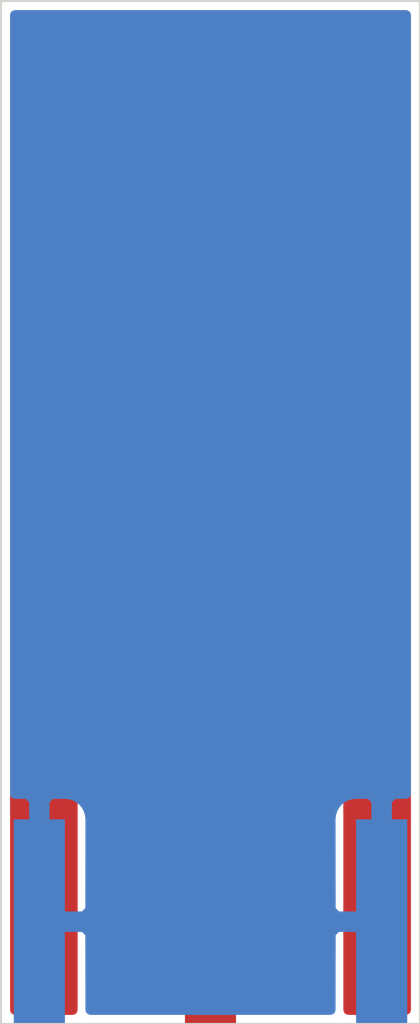
<source format=kicad_pcb>
(kicad_pcb (version 20171130) (host pcbnew "(5.1.6)-1")

  (general
    (thickness 1.6)
    (drawings 4)
    (tracks 0)
    (zones 0)
    (modules 1)
    (nets 3)
  )

  (page A4)
  (layers
    (0 F.Cu signal)
    (31 B.Cu signal)
    (32 B.Adhes user)
    (33 F.Adhes user)
    (34 B.Paste user)
    (35 F.Paste user)
    (36 B.SilkS user)
    (37 F.SilkS user)
    (38 B.Mask user)
    (39 F.Mask user)
    (40 Dwgs.User user)
    (41 Cmts.User user)
    (42 Eco1.User user)
    (43 Eco2.User user)
    (44 Edge.Cuts user)
    (45 Margin user)
    (46 B.CrtYd user)
    (47 F.CrtYd user)
    (48 B.Fab user)
    (49 F.Fab user)
  )

  (setup
    (last_trace_width 0.25)
    (trace_clearance 0.2)
    (zone_clearance 0.2)
    (zone_45_only no)
    (trace_min 0.2)
    (via_size 0.8)
    (via_drill 0.4)
    (via_min_size 0.4)
    (via_min_drill 0.3)
    (uvia_size 0.3)
    (uvia_drill 0.1)
    (uvias_allowed no)
    (uvia_min_size 0.2)
    (uvia_min_drill 0.1)
    (edge_width 0.05)
    (segment_width 0.2)
    (pcb_text_width 0.3)
    (pcb_text_size 1.5 1.5)
    (mod_edge_width 0.12)
    (mod_text_size 1 1)
    (mod_text_width 0.15)
    (pad_size 1.27 5.08)
    (pad_drill 0)
    (pad_to_mask_clearance 0.05)
    (aux_axis_origin 0 0)
    (visible_elements 7FFFFFFF)
    (pcbplotparams
      (layerselection 0x010fc_ffffffff)
      (usegerberextensions false)
      (usegerberattributes true)
      (usegerberadvancedattributes true)
      (creategerberjobfile true)
      (excludeedgelayer true)
      (linewidth 0.100000)
      (plotframeref false)
      (viasonmask false)
      (mode 1)
      (useauxorigin false)
      (hpglpennumber 1)
      (hpglpenspeed 20)
      (hpglpendiameter 15.000000)
      (psnegative false)
      (psa4output false)
      (plotreference true)
      (plotvalue true)
      (plotinvisibletext false)
      (padsonsilk false)
      (subtractmaskfromsilk false)
      (outputformat 1)
      (mirror false)
      (drillshape 0)
      (scaleselection 1)
      (outputdirectory "Gerbers/"))
  )

  (net 0 "")
  (net 1 GND)
  (net 2 "Net-(J1-Pad1)")

  (net_class Default "This is the default net class."
    (clearance 0.2)
    (trace_width 0.25)
    (via_dia 0.8)
    (via_drill 0.4)
    (uvia_dia 0.3)
    (uvia_drill 0.1)
    (add_net GND)
    (add_net "Net-(J1-Pad1)")
  )

  (module SMA_Tester:142-0701-801 (layer F.Cu) (tedit 5F44528D) (tstamp 5F4452FC)
    (at 141.097 99.441)
    (path /5F447EC5)
    (fp_text reference J1 (at 0 -7.501) (layer F.SilkS) hide
      (effects (font (size 1 1) (thickness 0.15)))
    )
    (fp_text value 142-0701-801 (at 0 -8.501) (layer F.Fab) hide
      (effects (font (size 1 1) (thickness 0.15)))
    )
    (pad 2 smd rect (at -4.2545 0) (size 1.27 5.08) (layers F.Cu F.Paste F.Mask)
      (net 1 GND))
    (pad 2 smd rect (at 4.2545 0) (size 1.27 5.08) (layers F.Cu F.Paste F.Mask)
      (net 1 GND))
    (pad 1 smd rect (at 0 0) (size 1.27 5.08) (layers F.Cu F.Paste F.Mask)
      (net 2 "Net-(J1-Pad1)"))
    (pad 2 smd rect (at -4.2545 0) (size 1.27 5.08) (layers B.Cu F.Paste F.Mask)
      (net 1 GND))
    (pad 2 smd rect (at 4.2545 0) (size 1.27 5.08) (layers B.Cu F.Paste F.Mask)
      (net 1 GND))
    (model ${KIPRJMOD}/SMA_Tester.3dshapes/142-0701-801.wrl
      (at (xyz 0 0 0))
      (scale (xyz 1 1 1))
      (rotate (xyz 0 0 0))
    )
  )

  (gr_line (start 135.89 76.581) (end 135.89 101.981) (layer Edge.Cuts) (width 0.05) (tstamp 5F444FF0))
  (gr_line (start 146.304 76.581) (end 135.89 76.581) (layer Edge.Cuts) (width 0.05))
  (gr_line (start 146.304 101.981) (end 146.304 76.581) (layer Edge.Cuts) (width 0.05))
  (gr_line (start 135.89 101.981) (end 146.304 101.981) (layer Edge.Cuts) (width 0.05))

  (zone (net 2) (net_name "Net-(J1-Pad1)") (layer F.Cu) (tstamp 5F454244) (hatch edge 0.508)
    (connect_pads yes (clearance 0.508))
    (min_thickness 0.254)
    (fill yes (arc_segments 32) (thermal_gap 0.508) (thermal_bridge_width 0.508))
    (polygon
      (pts
        (xy 142.24 101.981) (xy 139.954 101.981) (xy 139.954 84.328) (xy 142.24 84.328)
      )
    )
    (filled_polygon
      (pts
        (xy 142.113 101.321) (xy 140.081 101.321) (xy 140.081 84.455) (xy 142.113 84.455)
      )
    )
  )
  (zone (net 1) (net_name GND) (layer B.Cu) (tstamp 5F454241) (hatch edge 0.508)
    (connect_pads (clearance 0.2))
    (min_thickness 0.254)
    (fill yes (arc_segments 32) (thermal_gap 0.508) (thermal_bridge_width 0.508))
    (polygon
      (pts
        (xy 146.304 101.981) (xy 135.89 101.981) (xy 135.89 76.581) (xy 146.304 76.581)
      )
    )
    (filled_polygon
      (pts
        (xy 145.952 96.263231) (xy 145.63725 96.266) (xy 145.4785 96.42475) (xy 145.4785 99.314) (xy 145.4985 99.314)
        (xy 145.4985 99.568) (xy 145.4785 99.568) (xy 145.4785 99.588) (xy 145.2245 99.588) (xy 145.2245 99.568)
        (xy 144.24025 99.568) (xy 144.0815 99.72675) (xy 144.078908 101.629) (xy 138.115092 101.629) (xy 138.1125 99.72675)
        (xy 137.95375 99.568) (xy 136.9695 99.568) (xy 136.9695 99.588) (xy 136.7155 99.588) (xy 136.7155 99.568)
        (xy 136.6955 99.568) (xy 136.6955 99.314) (xy 136.7155 99.314) (xy 136.7155 96.42475) (xy 136.9695 96.42475)
        (xy 136.9695 99.314) (xy 137.95375 99.314) (xy 138.1125 99.15525) (xy 138.115572 96.901) (xy 144.078428 96.901)
        (xy 144.0815 99.15525) (xy 144.24025 99.314) (xy 145.2245 99.314) (xy 145.2245 96.42475) (xy 145.06575 96.266)
        (xy 144.7165 96.262928) (xy 144.592018 96.275188) (xy 144.47232 96.311498) (xy 144.362006 96.370463) (xy 144.265315 96.449815)
        (xy 144.185963 96.546506) (xy 144.126998 96.65682) (xy 144.090688 96.776518) (xy 144.078428 96.901) (xy 138.115572 96.901)
        (xy 138.103312 96.776518) (xy 138.067002 96.65682) (xy 138.008037 96.546506) (xy 137.928685 96.449815) (xy 137.831994 96.370463)
        (xy 137.72168 96.311498) (xy 137.601982 96.275188) (xy 137.4775 96.262928) (xy 137.12825 96.266) (xy 136.9695 96.42475)
        (xy 136.7155 96.42475) (xy 136.55675 96.266) (xy 136.242 96.263231) (xy 136.242 76.933) (xy 145.952001 76.933)
      )
    )
  )
  (zone (net 1) (net_name GND) (layer F.Cu) (tstamp 5F45423E) (hatch edge 0.508)
    (connect_pads yes (clearance 0.2))
    (min_thickness 0.254)
    (fill yes (arc_segments 32) (thermal_gap 0.508) (thermal_bridge_width 0.508))
    (polygon
      (pts
        (xy 146.304 101.981) (xy 144.399 101.981) (xy 144.399 78.613) (xy 142.24 78.613) (xy 142.24 83.185)
        (xy 139.954 83.185) (xy 139.954 78.613) (xy 137.795 78.613) (xy 137.795 101.981) (xy 135.89 101.981)
        (xy 135.89 76.581) (xy 146.304 76.581)
      )
    )
    (filled_polygon
      (pts
        (xy 145.952 101.629) (xy 144.526 101.629) (xy 144.526 78.613) (xy 144.52356 78.588224) (xy 144.516333 78.564399)
        (xy 144.504597 78.542443) (xy 144.488803 78.523197) (xy 144.469557 78.507403) (xy 144.447601 78.495667) (xy 144.423776 78.48844)
        (xy 144.399 78.486) (xy 142.24 78.486) (xy 142.215224 78.48844) (xy 142.191399 78.495667) (xy 142.169443 78.507403)
        (xy 142.150197 78.523197) (xy 142.134403 78.542443) (xy 142.122667 78.564399) (xy 142.11544 78.588224) (xy 142.113 78.613)
        (xy 142.113 83.058) (xy 140.081 83.058) (xy 140.081 78.613) (xy 140.07856 78.588224) (xy 140.071333 78.564399)
        (xy 140.059597 78.542443) (xy 140.043803 78.523197) (xy 140.024557 78.507403) (xy 140.002601 78.495667) (xy 139.978776 78.48844)
        (xy 139.954 78.486) (xy 137.795 78.486) (xy 137.770224 78.48844) (xy 137.746399 78.495667) (xy 137.724443 78.507403)
        (xy 137.705197 78.523197) (xy 137.689403 78.542443) (xy 137.677667 78.564399) (xy 137.67044 78.588224) (xy 137.668 78.613)
        (xy 137.668 101.629) (xy 136.242 101.629) (xy 136.242 76.933) (xy 145.952001 76.933)
      )
    )
  )
  (zone (net 0) (net_name "") (layer F.Mask) (tstamp 5F45423B) (hatch edge 0.508)
    (connect_pads yes (clearance 0.2))
    (min_thickness 0.254)
    (fill yes (arc_segments 32) (thermal_gap 0.508) (thermal_bridge_width 0.508))
    (polygon
      (pts
        (xy 146.304 101.981) (xy 135.89 101.981) (xy 135.89 76.581) (xy 146.304 76.581)
      )
    )
    (filled_polygon
      (pts
        (xy 146.177 101.854) (xy 136.017 101.854) (xy 136.017 76.708) (xy 146.177 76.708)
      )
    )
  )
  (zone (net 0) (net_name "") (layer B.Mask) (tstamp 5F454238) (hatch edge 0.508)
    (connect_pads yes (clearance 0.2))
    (min_thickness 0.254)
    (fill yes (arc_segments 32) (thermal_gap 0.508) (thermal_bridge_width 0.508))
    (polygon
      (pts
        (xy 146.304 101.981) (xy 135.89 101.981) (xy 135.89 76.581) (xy 146.304 76.581)
      )
    )
    (filled_polygon
      (pts
        (xy 146.177 101.854) (xy 136.017 101.854) (xy 136.017 76.708) (xy 146.177 76.708)
      )
    )
  )
)

</source>
